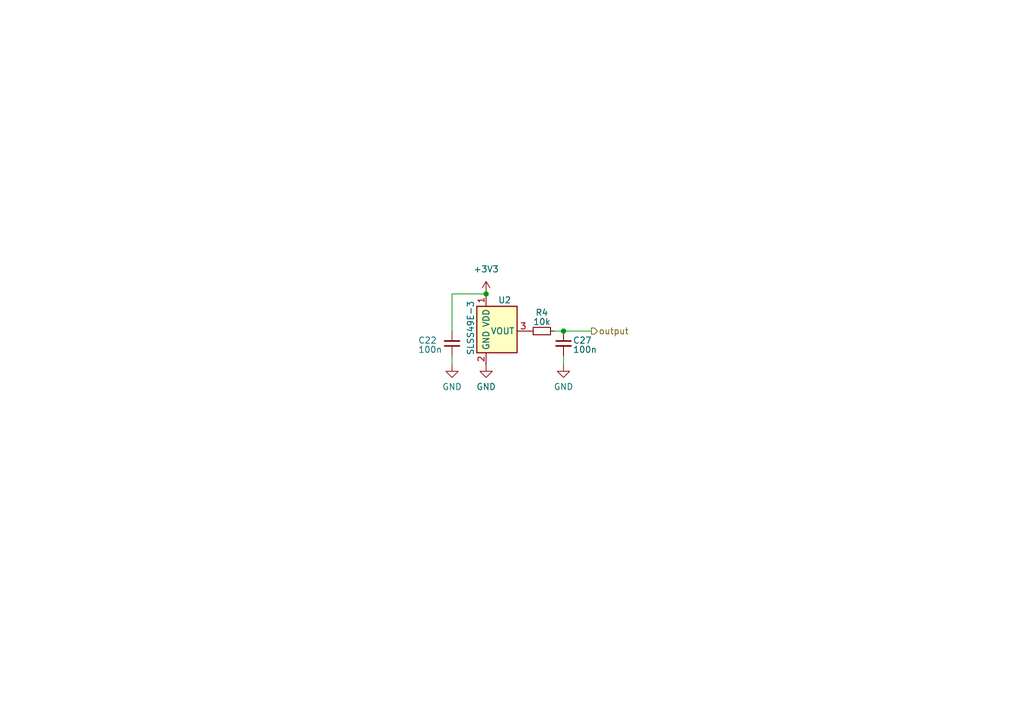
<source format=kicad_sch>
(kicad_sch (version 20230121) (generator eeschema)
  (paper "A5")
  (title_block (title "MoonBoard"))
  (lib_symbols
    (symbol "Device:C_Small" (pin_numbers hide) (pin_names (offset 0.254) hide)
      (property "Reference" "C" (at 0.254 1.778 0))
      (property "Value" "C_Small" (at 0.254 -2.032 0))
      (symbol "C_Small_0_1"
        (polyline (pts (xy -1.524 -0.508) (xy 1.524 -0.508)) (stroke (width 0.3302)))
        (polyline (pts (xy -1.524 0.508) (xy 1.524 0.508)) (stroke (width 0.3048)))
      )
      (symbol "C_Small_1_1"
        (pin passive line (at 0 2.54 270) (length 2.032) (name "~") (number "1"))
        (pin passive line (at 0 -2.54 90) (length 2.032) (name "~") (number "2"))
      )
    )
    (symbol "Device:R_Small" (pin_numbers hide) (pin_names (offset 0.254) hide)
      (property "Reference" "R" (at 0.762 0.508 0))
      (property "Value" "R_Small" (at 0.762 -1.016 0))
      (symbol "R_Small_0_1"
        (rectangle (start -0.762 1.778) (end 0.762 -1.778) (stroke (width 0.2032)))
      )
      (symbol "R_Small_1_1"
        (pin passive line (at 0 2.54 270) (length 0.762) (name "~") (number "1"))
        (pin passive line (at 0 -2.54 90) (length 0.762) (name "~") (number "2"))
      )
    )
    (symbol "MoonBoard:SLSS49E-3_with_switch"
      (property "Reference" "HALL" (at 0.635 6.35 0))
      (property "Value" "SLSS49E-3" (at -5.08 0.635 90))
      (symbol "SLSS49E-3_with_switch_0_1"
        (rectangle (start -3.81 5.08) (end 4.445 -4.445) (stroke (width 0.254)) (fill (type background)))
      )
      (symbol "SLSS49E-3_with_switch_1_1"
        (pin power_in line (at -1.905 7.62 270) (length 2.54) (name "VDD") (number "1"))
        (pin power_in line (at -1.905 -6.985 90) (length 2.54) (name "GND") (number "2"))
        (pin output line (at 6.985 0 180) (length 2.54) (name "VOUT") (number "3"))
      )
    )
    (symbol "power:+3V3" (power) (pin_names (offset 0))
      (property "Value" "+3V3" (at 0 3.556 0))
      (symbol "+3V3_0_1"
        (polyline (pts (xy -0.762 1.27) (xy 0 2.54)))
        (polyline (pts (xy 0 0) (xy 0 2.54)))
        (polyline (pts (xy 0 2.54) (xy 0.762 1.27)))
      )
      (symbol "+3V3_1_1"
        (pin power_in line (at 0 0 90) (length 0) hide (name "+3V3") (number "1"))
      )
    )
    (symbol "power:GND" (power) (pin_names (offset 0))
      (property "Value" "GND" (at 0 -3.81 0))
      (symbol "GND_0_1"
        (polyline (pts (xy 0 0) (xy 0 -1.27) (xy 1.27 -1.27) (xy 0 -2.54) (xy -1.27 -1.27) (xy 0 -1.27)))
      )
      (symbol "GND_1_1"
        (pin power_in line (at 0 0 270) (length 0) hide (name "GND") (number "1"))
      )
    )
  )
  (junction (at 99.695 60.325))
  (junction (at 115.57 67.945))
  (wire (pts (xy 92.71 73.025) (xy 92.71 74.93)))
  (wire (pts (xy 113.665 67.945) (xy 115.57 67.945)))
  (wire (pts (xy 92.71 67.945) (xy 92.71 60.325)))
  (wire (pts (xy 115.57 67.945) (xy 121.285 67.945)))
  (wire (pts (xy 92.71 60.325) (xy 99.695 60.325)))
  (wire (pts (xy 115.57 73.025) (xy 115.57 74.93)))
  (hierarchical_label "output" (shape output) (at 121.285 67.945 0))
  (symbol (lib_id "power:GND") (at 99.695 74.93 0) (unit 1)
    (property "Reference" "#PWR0159" (effects hide))
    (property "Value" "GND" (at 99.695 79.375 0))
    (instances (project "KRYZBO HE" (path "" (reference "#PWR0159") (unit 1)) (path "" (reference "#PWR0107") (unit 1)) (path "" (reference "#PWR0163") (unit 1)) (path "" (reference "#PWR0219") (unit 1)) (path "" (reference "#PWR0279") (unit 1)) (path "" (reference "#PWR0223") (unit 1)) (path "" (reference "#PWR0211") (unit 1)) (path "" (reference "#PWR0215") (unit 1)) (path "" (reference "#PWR0207") (unit 1)) (path "" (reference "#PWR0203") (unit 1)) (path "" (reference "#PWR0263") (unit 1)) (path "" (reference "#PWR0267") (unit 1)) (path "" (reference "#PWR0271") (unit 1)) (path "" (reference "#PWR0275") (unit 1)) (path "" (reference "#PWR099") (unit 1)) (path "" (reference "#PWR0103") (unit 1)) (path "" (reference "#PWR0155") (unit 1)) (path "" (reference "#PWR0147") (unit 1)) (path "" (reference "#PWR0151") (unit 1)) (path "" (reference "#PWR095") (unit 1)) (path "" (reference "#PWR0191") (unit 1)) (path "" (reference "#PWR0187") (unit 1)) (path "" (reference "#PWR0183") (unit 1)) (path "" (reference "#PWR0179") (unit 1)) (path "" (reference "#PWR0167") (unit 1)) (path "" (reference "#PWR0175") (unit 1)) (path "" (reference "#PWR0171") (unit 1)) (path "" (reference "#PWR063") (unit 1)) (path "" (reference "#PWR067") (unit 1)) (path "" (reference "#PWR0115") (unit 1)) (path "" (reference "#PWR0119") (unit 1)) (path "" (reference "#PWR0111") (unit 1)) (path "" (reference "#PWR059") (unit 1)) (path "" (reference "#PWR0127") (unit 1)) (path "" (reference "#PWR071") (unit 1)) (path "" (reference "#PWR075") (unit 1)) (path "" (reference "#PWR0123") (unit 1)) (path "" (reference "#PWR083") (unit 1)) (path "" (reference "#PWR087") (unit 1)) (path "" (reference "#PWR0131") (unit 1)) (path "" (reference "#PWR0135") (unit 1)) (path "" (reference "#PWR079") (unit 1)) (path "" (reference "#PWR0139") (unit 1)) (path "" (reference "#PWR0143") (unit 1)) (path "" (reference "#PWR091") (unit 1)) (path "" (reference "#PWR0195") (unit 1)) (path "" (reference "#PWR0199") (unit 1)) (path "" (reference "#PWR0287") (unit 1)) (path "" (reference "#PWR0283") (unit 1)) (path "" (reference "#PWR0291") (unit 1)) (path "" (reference "#PWR0351") (unit 1)) (path "" (reference "#PWR0343") (unit 1)) (path "" (reference "#PWR0347") (unit 1)) (path "" (reference "#PWR0355") (unit 1)) (path "" (reference "#PWR0303") (unit 1)) (path "" (reference "#PWR0307") (unit 1)) (path "" (reference "#PWR0251") (unit 1)) (path "" (reference "#PWR0295") (unit 1)) (path "" (reference "#PWR0299") (unit 1)) (path "" (reference "#PWR0239") (unit 1)) (path "" (reference "#PWR0243") (unit 1)) (path "" (reference "#PWR0247") (unit 1)) (path "" (reference "#PWR0227") (unit 1)) (path "" (reference "#PWR0231") (unit 1)) (path "" (reference "#PWR0235") (unit 1)) (path "" (reference "#PWR0335") (unit 1)) (path "" (reference "#PWR0339") (unit 1)) (path "" (reference "#PWR0379") (unit 1)) (path "" (reference "#PWR0371") (unit 1)) (path "" (reference "#PWR0375") (unit 1)) (path "" (reference "#PWR0331") (unit 1)) (path "" (reference "#PWR0323") (unit 1)) (path "" (reference "#PWR0311") (unit 1)) (path "" (reference "#PWR0359") (unit 1)) (path "" (reference "#PWR0363") (unit 1)) (path "" (reference "#PWR0327") (unit 1)) (path "" (reference "#PWR0367") (unit 1)) (path "" (reference "#PWR0259") (unit 1)) (path "" (reference "#PWR0315") (unit 1)) (path "" (reference "#PWR0319") (unit 1)) (path "" (reference "#PWR0255") (unit 1))))
  )
  (symbol (lib_id "power:GND") (at 92.71 74.93 0) (unit 1)
    (property "Reference" "#PWR0158" (effects hide))
    (property "Value" "GND" (at 92.71 79.375 0))
    (instances (project "KRYZBO HE" (path "" (reference "#PWR0158") (unit 1)) (path "" (reference "#PWR0106") (unit 1)) (path "" (reference "#PWR0162") (unit 1)) (path "" (reference "#PWR0218") (unit 1)) (path "" (reference "#PWR0278") (unit 1)) (path "" (reference "#PWR0222") (unit 1)) (path "" (reference "#PWR0210") (unit 1)) (path "" (reference "#PWR0214") (unit 1)) (path "" (reference "#PWR0206") (unit 1)) (path "" (reference "#PWR0202") (unit 1)) (path "" (reference "#PWR0262") (unit 1)) (path "" (reference "#PWR0266") (unit 1)) (path "" (reference "#PWR0270") (unit 1)) (path "" (reference "#PWR0274") (unit 1)) (path "" (reference "#PWR098") (unit 1)) (path "" (reference "#PWR0102") (unit 1)) (path "" (reference "#PWR0154") (unit 1)) (path "" (reference "#PWR0146") (unit 1)) (path "" (reference "#PWR0150") (unit 1)) (path "" (reference "#PWR094") (unit 1)) (path "" (reference "#PWR0190") (unit 1)) (path "" (reference "#PWR0186") (unit 1)) (path "" (reference "#PWR0182") (unit 1)) (path "" (reference "#PWR0178") (unit 1)) (path "" (reference "#PWR0166") (unit 1)) (path "" (reference "#PWR0174") (unit 1)) (path "" (reference "#PWR0170") (unit 1)) (path "" (reference "#PWR062") (unit 1)) (path "" (reference "#PWR066") (unit 1)) (path "" (reference "#PWR0114") (unit 1)) (path "" (reference "#PWR0118") (unit 1)) (path "" (reference "#PWR0110") (unit 1)) (path "" (reference "#PWR058") (unit 1)) (path "" (reference "#PWR0126") (unit 1)) (path "" (reference "#PWR070") (unit 1)) (path "" (reference "#PWR074") (unit 1)) (path "" (reference "#PWR0122") (unit 1)) (path "" (reference "#PWR082") (unit 1)) (path "" (reference "#PWR086") (unit 1)) (path "" (reference "#PWR0130") (unit 1)) (path "" (reference "#PWR0134") (unit 1)) (path "" (reference "#PWR078") (unit 1)) (path "" (reference "#PWR0138") (unit 1)) (path "" (reference "#PWR0142") (unit 1)) (path "" (reference "#PWR090") (unit 1)) (path "" (reference "#PWR0194") (unit 1)) (path "" (reference "#PWR0198") (unit 1)) (path "" (reference "#PWR0286") (unit 1)) (path "" (reference "#PWR0282") (unit 1)) (path "" (reference "#PWR0290") (unit 1)) (path "" (reference "#PWR0350") (unit 1)) (path "" (reference "#PWR0342") (unit 1)) (path "" (reference "#PWR0346") (unit 1)) (path "" (reference "#PWR0354") (unit 1)) (path "" (reference "#PWR0302") (unit 1)) (path "" (reference "#PWR0306") (unit 1)) (path "" (reference "#PWR0250") (unit 1)) (path "" (reference "#PWR0294") (unit 1)) (path "" (reference "#PWR0298") (unit 1)) (path "" (reference "#PWR0238") (unit 1)) (path "" (reference "#PWR0242") (unit 1)) (path "" (reference "#PWR0246") (unit 1)) (path "" (reference "#PWR0226") (unit 1)) (path "" (reference "#PWR0230") (unit 1)) (path "" (reference "#PWR0234") (unit 1)) (path "" (reference "#PWR0334") (unit 1)) (path "" (reference "#PWR0338") (unit 1)) (path "" (reference "#PWR0378") (unit 1)) (path "" (reference "#PWR0370") (unit 1)) (path "" (reference "#PWR0374") (unit 1)) (path "" (reference "#PWR0330") (unit 1)) (path "" (reference "#PWR0322") (unit 1)) (path "" (reference "#PWR0310") (unit 1)) (path "" (reference "#PWR0358") (unit 1)) (path "" (reference "#PWR0362") (unit 1)) (path "" (reference "#PWR0326") (unit 1)) (path "" (reference "#PWR0366") (unit 1)) (path "" (reference "#PWR0258") (unit 1)) (path "" (reference "#PWR0314") (unit 1)) (path "" (reference "#PWR0318") (unit 1)) (path "" (reference "#PWR0254") (unit 1))))
  )
  (symbol (lib_id "power:+3V3") (at 99.695 60.325 0) (unit 1)
    (property "Reference" "#PWR0157" (effects hide))
    (property "Value" "+3V3" (at 99.695 55.245 0))
    (instances (project "KRYZBO HE" (path "" (reference "#PWR0157") (unit 1)) (path "" (reference "#PWR0105") (unit 1)) (path "" (reference "#PWR0161") (unit 1)) (path "" (reference "#PWR0217") (unit 1)) (path "" (reference "#PWR0277") (unit 1)) (path "" (reference "#PWR0221") (unit 1)) (path "" (reference "#PWR0209") (unit 1)) (path "" (reference "#PWR0213") (unit 1)) (path "" (reference "#PWR0205") (unit 1)) (path "" (reference "#PWR0201") (unit 1)) (path "" (reference "#PWR0261") (unit 1)) (path "" (reference "#PWR0265") (unit 1)) (path "" (reference "#PWR0269") (unit 1)) (path "" (reference "#PWR0273") (unit 1)) (path "" (reference "#PWR097") (unit 1)) (path "" (reference "#PWR0101") (unit 1)) (path "" (reference "#PWR0153") (unit 1)) (path "" (reference "#PWR0145") (unit 1)) (path "" (reference "#PWR0149") (unit 1)) (path "" (reference "#PWR093") (unit 1)) (path "" (reference "#PWR0189") (unit 1)) (path "" (reference "#PWR0185") (unit 1)) (path "" (reference "#PWR0181") (unit 1)) (path "" (reference "#PWR0177") (unit 1)) (path "" (reference "#PWR0165") (unit 1)) (path "" (reference "#PWR0173") (unit 1)) (path "" (reference "#PWR0169") (unit 1)) (path "" (reference "#PWR061") (unit 1)) (path "" (reference "#PWR065") (unit 1)) (path "" (reference "#PWR0113") (unit 1)) (path "" (reference "#PWR0117") (unit 1)) (path "" (reference "#PWR0109") (unit 1)) (path "" (reference "#PWR057") (unit 1)) (path "" (reference "#PWR0125") (unit 1)) (path "" (reference "#PWR069") (unit 1)) (path "" (reference "#PWR073") (unit 1)) (path "" (reference "#PWR0121") (unit 1)) (path "" (reference "#PWR081") (unit 1)) (path "" (reference "#PWR085") (unit 1)) (path "" (reference "#PWR0129") (unit 1)) (path "" (reference "#PWR0133") (unit 1)) (path "" (reference "#PWR077") (unit 1)) (path "" (reference "#PWR0137") (unit 1)) (path "" (reference "#PWR0141") (unit 1)) (path "" (reference "#PWR089") (unit 1)) (path "" (reference "#PWR0193") (unit 1)) (path "" (reference "#PWR0197") (unit 1)) (path "" (reference "#PWR0285") (unit 1)) (path "" (reference "#PWR0281") (unit 1)) (path "" (reference "#PWR0289") (unit 1)) (path "" (reference "#PWR0349") (unit 1)) (path "" (reference "#PWR0341") (unit 1)) (path "" (reference "#PWR0345") (unit 1)) (path "" (reference "#PWR0353") (unit 1)) (path "" (reference "#PWR0301") (unit 1)) (path "" (reference "#PWR0305") (unit 1)) (path "" (reference "#PWR0249") (unit 1)) (path "" (reference "#PWR0293") (unit 1)) (path "" (reference "#PWR0297") (unit 1)) (path "" (reference "#PWR0237") (unit 1)) (path "" (reference "#PWR0241") (unit 1)) (path "" (reference "#PWR0245") (unit 1)) (path "" (reference "#PWR0225") (unit 1)) (path "" (reference "#PWR0229") (unit 1)) (path "" (reference "#PWR0233") (unit 1)) (path "" (reference "#PWR0333") (unit 1)) (path "" (reference "#PWR0337") (unit 1)) (path "" (reference "#PWR0377") (unit 1)) (path "" (reference "#PWR0369") (unit 1)) (path "" (reference "#PWR0373") (unit 1)) (path "" (reference "#PWR0329") (unit 1)) (path "" (reference "#PWR0321") (unit 1)) (path "" (reference "#PWR0309") (unit 1)) (path "" (reference "#PWR0357") (unit 1)) (path "" (reference "#PWR0361") (unit 1)) (path "" (reference "#PWR0325") (unit 1)) (path "" (reference "#PWR0365") (unit 1)) (path "" (reference "#PWR0257") (unit 1)) (path "" (reference "#PWR0313") (unit 1)) (path "" (reference "#PWR0317") (unit 1)) (path "" (reference "#PWR0253") (unit 1))))
  )
  (symbol (lib_id "Device:C_Small") (at 115.57 70.485 0) (unit 1)
    (property "Reference" "C27" (at 117.475 69.85 0) (effects (justify left)))
    (property "Value" "100n" (at 117.475 71.755 0) (effects (justify left)))
    (property "Footprint" "Capacitor_SMD:C_0402_1005Metric" (effects hide))
    (instances (project "KRYZBO HE" (path "" (reference "C27") (unit 1)) (path "" (reference "C72") (unit 1)) (path "" (reference "C46") (unit 1)) (path "" (reference "C74") (unit 1)) (path "" (reference "C102") (unit 1)) (path "" (reference "C132") (unit 1)) (path "" (reference "C104") (unit 1)) (path "" (reference "C98") (unit 1)) (path "" (reference "C100") (unit 1)) (path "" (reference "C96") (unit 1)) (path "" (reference "C94") (unit 1)) (path "" (reference "C124") (unit 1)) (path "" (reference "C126") (unit 1)) (path "" (reference "C128") (unit 1)) (path "" (reference "C130") (unit 1)) (path "" (reference "C42") (unit 1)) (path "" (reference "C44") (unit 1)) (path "" (reference "C70") (unit 1)) (path "" (reference "C66") (unit 1)) (path "" (reference "C68") (unit 1)) (path "" (reference "C40") (unit 1)) (path "" (reference "C88") (unit 1)) (path "" (reference "C86") (unit 1)) (path "" (reference "C84") (unit 1)) (path "" (reference "C82") (unit 1)) (path "" (reference "C76") (unit 1)) (path "" (reference "C80") (unit 1)) (path "" (reference "C78") (unit 1)) (path "" (reference "C24") (unit 1)) (path "" (reference "C26") (unit 1)) (path "" (reference "C50") (unit 1)) (path "" (reference "C52") (unit 1)) (path "" (reference "C48") (unit 1)) (path "" (reference "C22") (unit 1)) (path "" (reference "C56") (unit 1)) (path "" (reference "C28") (unit 1)) (path "" (reference "C30") (unit 1)) (path "" (reference "C54") (unit 1)) (path "" (reference "C34") (unit 1)) (path "" (reference "C36") (unit 1)) (path "" (reference "C58") (unit 1)) (path "" (reference "C60") (unit 1)) (path "" (reference "C32") (unit 1)) (path "" (reference "C62") (unit 1)) (path "" (reference "C64") (unit 1)) (path "" (reference "C38") (unit 1)) (path "" (reference "C90") (unit 1)) (path "" (reference "C92") (unit 1)) (path "" (reference "C136") (unit 1)) (path "" (reference "C134") (unit 1)) (path "" (reference "C138") (unit 1)) (path "" (reference "C168") (unit 1)) (path "" (reference "C164") (unit 1)) (path "" (reference "C166") (unit 1)) (path "" (reference "C170") (unit 1)) (path "" (reference "C144") (unit 1)) (path "" (reference "C146") (unit 1)) (path "" (reference "C118") (unit 1)) (path "" (reference "C140") (unit 1)) (path "" (reference "C142") (unit 1)) (path "" (reference "C112") (unit 1)) (path "" (reference "C114") (unit 1)) (path "" (reference "C116") (unit 1)) (path "" (reference "C106") (unit 1)) (path "" (reference "C108") (unit 1)) (path "" (reference "C110") (unit 1)) (path "" (reference "C160") (unit 1)) (path "" (reference "C162") (unit 1)) (path "" (reference "C182") (unit 1)) (path "" (reference "C178") (unit 1)) (path "" (reference "C180") (unit 1)) (path "" (reference "C158") (unit 1)) (path "" (reference "C154") (unit 1)) (path "" (reference "C148") (unit 1)) (path "" (reference "C172") (unit 1)) (path "" (reference "C174") (unit 1)) (path "" (reference "C156") (unit 1)) (path "" (reference "C176") (unit 1)) (path "" (reference "C122") (unit 1)) (path "" (reference "C150") (unit 1)) (path "" (reference "C152") (unit 1)) (path "" (reference "C120") (unit 1))))
  )
  (symbol (lib_id "Device:R_Small") (at 111.125 67.945 270) (unit 1)
    (property "Reference" "R4" (at 111.125 64.135 90))
    (property "Value" "10k" (at 111.125 66.04 90))
    (property "Footprint" "Resistor_SMD:R_0402_1005Metric" (effects hide))
    (instances (project "KRYZBO HE" (path "" (reference "R4") (unit 1)) (path "" (reference "R35") (unit 1)) (path "" (reference "R22") (unit 1)) (path "" (reference "R36") (unit 1)) (path "" (reference "R50") (unit 1)) (path "" (reference "R65") (unit 1)) (path "" (reference "R51") (unit 1)) (path "" (reference "R48") (unit 1)) (path "" (reference "R49") (unit 1)) (path "" (reference "R47") (unit 1)) (path "" (reference "R46") (unit 1)) (path "" (reference "R61") (unit 1)) (path "" (reference "R62") (unit 1)) (path "" (reference "R63") (unit 1)) (path "" (reference "R64") (unit 1)) (path "" (reference "R20") (unit 1)) (path "" (reference "R21") (unit 1)) (path "" (reference "R34") (unit 1)) (path "" (reference "R32") (unit 1)) (path "" (reference "R33") (unit 1)) (path "" (reference "R19") (unit 1)) (path "" (reference "R43") (unit 1)) (path "" (reference "R42") (unit 1)) (path "" (reference "R41") (unit 1)) (path "" (reference "R40") (unit 1)) (path "" (reference "R37") (unit 1)) (path "" (reference "R39") (unit 1)) (path "" (reference "R38") (unit 1)) (path "" (reference "R11") (unit 1)) (path "" (reference "R12") (unit 1)) (path "" (reference "R24") (unit 1)) (path "" (reference "R25") (unit 1)) (path "" (reference "R23") (unit 1)) (path "" (reference "R10") (unit 1)) (path "" (reference "R27") (unit 1)) (path "" (reference "R13") (unit 1)) (path "" (reference "R14") (unit 1)) (path "" (reference "R26") (unit 1)) (path "" (reference "R16") (unit 1)) (path "" (reference "R17") (unit 1)) (path "" (reference "R28") (unit 1)) (path "" (reference "R29") (unit 1)) (path "" (reference "R15") (unit 1)) (path "" (reference "R30") (unit 1)) (path "" (reference "R31") (unit 1)) (path "" (reference "R18") (unit 1)) (path "" (reference "R44") (unit 1)) (path "" (reference "R45") (unit 1)) (path "" (reference "R67") (unit 1)) (path "" (reference "R66") (unit 1)) (path "" (reference "R68") (unit 1)) (path "" (reference "R83") (unit 1)) (path "" (reference "R81") (unit 1)) (path "" (reference "R82") (unit 1)) (path "" (reference "R84") (unit 1)) (path "" (reference "R71") (unit 1)) (path "" (reference "R72") (unit 1)) (path "" (reference "R58") (unit 1)) (path "" (reference "R69") (unit 1)) (path "" (reference "R70") (unit 1)) (path "" (reference "R55") (unit 1)) (path "" (reference "R56") (unit 1)) (path "" (reference "R57") (unit 1)) (path "" (reference "R52") (unit 1)) (path "" (reference "R53") (unit 1)) (path "" (reference "R54") (unit 1)) (path "" (reference "R79") (unit 1)) (path "" (reference "R80") (unit 1)) (path "" (reference "R90") (unit 1)) (path "" (reference "R88") (unit 1)) (path "" (reference "R89") (unit 1)) (path "" (reference "R78") (unit 1)) (path "" (reference "R76") (unit 1)) (path "" (reference "R73") (unit 1)) (path "" (reference "R85") (unit 1)) (path "" (reference "R86") (unit 1)) (path "" (reference "R77") (unit 1)) (path "" (reference "R87") (unit 1)) (path "" (reference "R60") (unit 1)) (path "" (reference "R74") (unit 1)) (path "" (reference "R75") (unit 1)) (path "" (reference "R59") (unit 1))))
  )
  (symbol (lib_id "MoonBoard:SLSS49E-3_with_switch") (at 101.6 67.945 0) (unit 1)
    (property "Reference" "U2" (at 103.505 61.595 0))
    (property "Value" "SLSS49E-3" (at 96.52 67.31 90))
    (property "Footprint" "MoonBoard:SLSS49E-3 with MX holes" (effects hide))
    (instances (project "KRYZBO HE" (path "" (reference "U2") (unit 1)) (path "" (reference "HALL26") (unit 1)) (path "" (reference "HALL13") (unit 1)) (path "" (reference "HALL27") (unit 1)) (path "" (reference "HALL41") (unit 1)) (path "" (reference "HALL56") (unit 1)) (path "" (reference "HALL42") (unit 1)) (path "" (reference "HALL39") (unit 1)) (path "" (reference "HALL40") (unit 1)) (path "" (reference "HALL38") (unit 1)) (path "" (reference "HALL37") (unit 1)) (path "" (reference "HALL52") (unit 1)) (path "" (reference "HALL53") (unit 1)) (path "" (reference "HALL54") (unit 1)) (path "" (reference "HALL55") (unit 1)) (path "" (reference "HALL11") (unit 1)) (path "" (reference "HALL12") (unit 1)) (path "" (reference "HALL25") (unit 1)) (path "" (reference "HALL23") (unit 1)) (path "" (reference "HALL24") (unit 1)) (path "" (reference "HALL10") (unit 1)) (path "" (reference "HALL34") (unit 1)) (path "" (reference "HALL33") (unit 1)) (path "" (reference "HALL32") (unit 1)) (path "" (reference "HALL31") (unit 1)) (path "" (reference "HALL28") (unit 1)) (path "" (reference "HALL30") (unit 1)) (path "" (reference "HALL29") (unit 1)) (path "" (reference "HALL2") (unit 1)) (path "" (reference "HALL3") (unit 1)) (path "" (reference "HALL15") (unit 1)) (path "" (reference "HALL16") (unit 1)) (path "" (reference "HALL14") (unit 1)) (path "" (reference "HALL1") (unit 1)) (path "" (reference "HALL18") (unit 1)) (path "" (reference "HALL4") (unit 1)) (path "" (reference "HALL5") (unit 1)) (path "" (reference "HALL17") (unit 1)) (path "" (reference "HALL7") (unit 1)) (path "" (reference "HALL8") (unit 1)) (path "" (reference "HALL19") (unit 1)) (path "" (reference "HALL20") (unit 1)) (path "" (reference "HALL6") (unit 1)) (path "" (reference "HALL21") (unit 1)) (path "" (reference "HALL22") (unit 1)) (path "" (reference "HALL9") (unit 1)) (path "" (reference "HALL35") (unit 1)) (path "" (reference "HALL36") (unit 1)) (path "" (reference "HALL58") (unit 1)) (path "" (reference "HALL57") (unit 1)) (path "" (reference "HALL59") (unit 1)) (path "" (reference "HALL74") (unit 1)) (path "" (reference "HALL72") (unit 1)) (path "" (reference "HALL73") (unit 1)) (path "" (reference "HALL75") (unit 1)) (path "" (reference "HALL62") (unit 1)) (path "" (reference "HALL63") (unit 1)) (path "" (reference "HALL49") (unit 1)) (path "" (reference "HALL60") (unit 1)) (path "" (reference "HALL61") (unit 1)) (path "" (reference "HALL46") (unit 1)) (path "" (reference "HALL47") (unit 1)) (path "" (reference "HALL48") (unit 1)) (path "" (reference "HALL43") (unit 1)) (path "" (reference "HALL44") (unit 1)) (path "" (reference "HALL45") (unit 1)) (path "" (reference "HALL70") (unit 1)) (path "" (reference "HALL71") (unit 1)) (path "" (reference "HALL81") (unit 1)) (path "" (reference "HALL79") (unit 1)) (path "" (reference "HALL80") (unit 1)) (path "" (reference "HALL69") (unit 1)) (path "" (reference "HALL67") (unit 1)) (path "" (reference "HALL64") (unit 1)) (path "" (reference "HALL76") (unit 1)) (path "" (reference "HALL77") (unit 1)) (path "" (reference "HALL68") (unit 1)) (path "" (reference "HALL78") (unit 1)) (path "" (reference "HALL51") (unit 1)) (path "" (reference "HALL65") (unit 1)) (path "" (reference "HALL66") (unit 1)) (path "" (reference "HALL50") (unit 1))))
  )
  (symbol (lib_id "power:GND") (at 115.57 74.93 0) (unit 1)
    (property "Reference" "#PWR0160" (effects hide))
    (property "Value" "GND" (at 115.57 79.375 0))
    (instances (project "KRYZBO HE" (path "" (reference "#PWR0160") (unit 1)) (path "" (reference "#PWR0108") (unit 1)) (path "" (reference "#PWR0164") (unit 1)) (path "" (reference "#PWR0220") (unit 1)) (path "" (reference "#PWR0280") (unit 1)) (path "" (reference "#PWR0224") (unit 1)) (path "" (reference "#PWR0212") (unit 1)) (path "" (reference "#PWR0216") (unit 1)) (path "" (reference "#PWR0208") (unit 1)) (path "" (reference "#PWR0204") (unit 1)) (path "" (reference "#PWR0264") (unit 1)) (path "" (reference "#PWR0268") (unit 1)) (path "" (reference "#PWR0272") (unit 1)) (path "" (reference "#PWR0276") (unit 1)) (path "" (reference "#PWR0100") (unit 1)) (path "" (reference "#PWR0104") (unit 1)) (path "" (reference "#PWR0156") (unit 1)) (path "" (reference "#PWR0148") (unit 1)) (path "" (reference "#PWR0152") (unit 1)) (path "" (reference "#PWR096") (unit 1)) (path "" (reference "#PWR0192") (unit 1)) (path "" (reference "#PWR0188") (unit 1)) (path "" (reference "#PWR0184") (unit 1)) (path "" (reference "#PWR0180") (unit 1)) (path "" (reference "#PWR0168") (unit 1)) (path "" (reference "#PWR0176") (unit 1)) (path "" (reference "#PWR0172") (unit 1)) (path "" (reference "#PWR064") (unit 1)) (path "" (reference "#PWR068") (unit 1)) (path "" (reference "#PWR0116") (unit 1)) (path "" (reference "#PWR0120") (unit 1)) (path "" (reference "#PWR0112") (unit 1)) (path "" (reference "#PWR060") (unit 1)) (path "" (reference "#PWR0128") (unit 1)) (path "" (reference "#PWR072") (unit 1)) (path "" (reference "#PWR076") (unit 1)) (path "" (reference "#PWR0124") (unit 1)) (path "" (reference "#PWR084") (unit 1)) (path "" (reference "#PWR088") (unit 1)) (path "" (reference "#PWR0132") (unit 1)) (path "" (reference "#PWR0136") (unit 1)) (path "" (reference "#PWR080") (unit 1)) (path "" (reference "#PWR0140") (unit 1)) (path "" (reference "#PWR0144") (unit 1)) (path "" (reference "#PWR092") (unit 1)) (path "" (reference "#PWR0196") (unit 1)) (path "" (reference "#PWR0200") (unit 1)) (path "" (reference "#PWR0288") (unit 1)) (path "" (reference "#PWR0284") (unit 1)) (path "" (reference "#PWR0292") (unit 1)) (path "" (reference "#PWR0352") (unit 1)) (path "" (reference "#PWR0344") (unit 1)) (path "" (reference "#PWR0348") (unit 1)) (path "" (reference "#PWR0356") (unit 1)) (path "" (reference "#PWR0304") (unit 1)) (path "" (reference "#PWR0308") (unit 1)) (path "" (reference "#PWR0252") (unit 1)) (path "" (reference "#PWR0296") (unit 1)) (path "" (reference "#PWR0300") (unit 1)) (path "" (reference "#PWR0240") (unit 1)) (path "" (reference "#PWR0244") (unit 1)) (path "" (reference "#PWR0248") (unit 1)) (path "" (reference "#PWR0228") (unit 1)) (path "" (reference "#PWR0232") (unit 1)) (path "" (reference "#PWR0236") (unit 1)) (path "" (reference "#PWR0336") (unit 1)) (path "" (reference "#PWR0340") (unit 1)) (path "" (reference "#PWR0380") (unit 1)) (path "" (reference "#PWR0372") (unit 1)) (path "" (reference "#PWR0376") (unit 1)) (path "" (reference "#PWR0332") (unit 1)) (path "" (reference "#PWR0324") (unit 1)) (path "" (reference "#PWR0312") (unit 1)) (path "" (reference "#PWR0360") (unit 1)) (path "" (reference "#PWR0364") (unit 1)) (path "" (reference "#PWR0328") (unit 1)) (path "" (reference "#PWR0368") (unit 1)) (path "" (reference "#PWR0260") (unit 1)) (path "" (reference "#PWR0316") (unit 1)) (path "" (reference "#PWR0320") (unit 1)) (path "" (reference "#PWR0256") (unit 1))))
  )
  (symbol (lib_id "Device:C_Small") (at 92.71 70.485 180) (unit 1)
    (property "Reference" "C22" (at 85.725 69.85 0) (effects (justify right)))
    (property "Value" "100n" (at 85.725 71.755 0) (effects (justify right)))
    (property "Footprint" "Capacitor_SMD:C_0402_1005Metric" (effects hide))
    (instances (project "KRYZBO HE" (path "" (reference "C22") (unit 1)) (path "" (reference "C71") (unit 1)) (path "" (reference "C45") (unit 1)) (path "" (reference "C73") (unit 1)) (path "" (reference "C101") (unit 1)) (path "" (reference "C131") (unit 1)) (path "" (reference "C103") (unit 1)) (path "" (reference "C97") (unit 1)) (path "" (reference "C99") (unit 1)) (path "" (reference "C95") (unit 1)) (path "" (reference "C93") (unit 1)) (path "" (reference "C123") (unit 1)) (path "" (reference "C125") (unit 1)) (path "" (reference "C127") (unit 1)) (path "" (reference "C129") (unit 1)) (path "" (reference "C41") (unit 1)) (path "" (reference "C43") (unit 1)) (path "" (reference "C69") (unit 1)) (path "" (reference "C65") (unit 1)) (path "" (reference "C67") (unit 1)) (path "" (reference "C39") (unit 1)) (path "" (reference "C87") (unit 1)) (path "" (reference "C85") (unit 1)) (path "" (reference "C83") (unit 1)) (path "" (reference "C81") (unit 1)) (path "" (reference "C75") (unit 1)) (path "" (reference "C79") (unit 1)) (path "" (reference "C77") (unit 1)) (path "" (reference "C23") (unit 1)) (path "" (reference "C25") (unit 1)) (path "" (reference "C49") (unit 1)) (path "" (reference "C51") (unit 1)) (path "" (reference "C47") (unit 1)) (path "" (reference "C21") (unit 1)) (path "" (reference "C55") (unit 1)) (path "" (reference "C27") (unit 1)) (path "" (reference "C29") (unit 1)) (path "" (reference "C53") (unit 1)) (path "" (reference "C33") (unit 1)) (path "" (reference "C35") (unit 1)) (path "" (reference "C57") (unit 1)) (path "" (reference "C59") (unit 1)) (path "" (reference "C31") (unit 1)) (path "" (reference "C61") (unit 1)) (path "" (reference "C63") (unit 1)) (path "" (reference "C37") (unit 1)) (path "" (reference "C89") (unit 1)) (path "" (reference "C91") (unit 1)) (path "" (reference "C135") (unit 1)) (path "" (reference "C133") (unit 1)) (path "" (reference "C137") (unit 1)) (path "" (reference "C167") (unit 1)) (path "" (reference "C163") (unit 1)) (path "" (reference "C165") (unit 1)) (path "" (reference "C169") (unit 1)) (path "" (reference "C143") (unit 1)) (path "" (reference "C145") (unit 1)) (path "" (reference "C117") (unit 1)) (path "" (reference "C139") (unit 1)) (path "" (reference "C141") (unit 1)) (path "" (reference "C111") (unit 1)) (path "" (reference "C113") (unit 1)) (path "" (reference "C115") (unit 1)) (path "" (reference "C105") (unit 1)) (path "" (reference "C107") (unit 1)) (path "" (reference "C109") (unit 1)) (path "" (reference "C159") (unit 1)) (path "" (reference "C161") (unit 1)) (path "" (reference "C181") (unit 1)) (path "" (reference "C177") (unit 1)) (path "" (reference "C179") (unit 1)) (path "" (reference "C157") (unit 1)) (path "" (reference "C153") (unit 1)) (path "" (reference "C147") (unit 1)) (path "" (reference "C171") (unit 1)) (path "" (reference "C173") (unit 1)) (path "" (reference "C155") (unit 1)) (path "" (reference "C175") (unit 1)) (path "" (reference "C121") (unit 1)) (path "" (reference "C149") (unit 1)) (path "" (reference "C151") (unit 1)) (path "" (reference "C119") (unit 1))))
  )
)
</source>
